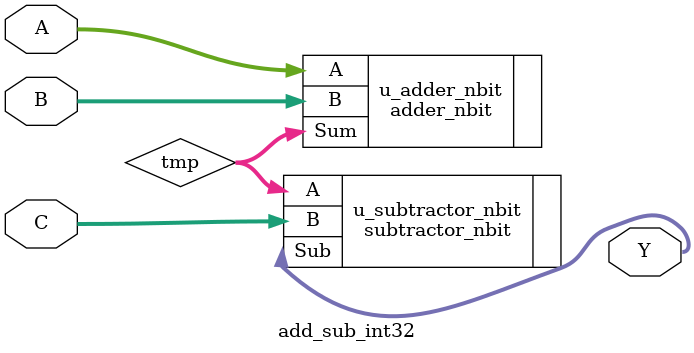
<source format=v>

module add_sub_int32 #(
    parameter WIDTH = 32,
    parameter IMPL_TYPE = 0
)(
    input [WIDTH-1:0] A,
    input [WIDTH-1:0] B,
    input [WIDTH-1:0] C,
    output [WIDTH-1:0] Y
);

    wire [WIDTH-1:0] tmp;

    adder_nbit #(
        .WIDTH(WIDTH),
        .IMPL_TYPE(IMPL_TYPE)
    ) u_adder_nbit (
        .A(A),
        .B(B),
        .Sum(tmp)
    );

    subtractor_nbit #(
        .WIDTH(WIDTH),
        .IMPL_TYPE(IMPL_TYPE)
    ) u_subtractor_nbit (
        .A(tmp),
        .B(C),
        .Sub(Y)
    );

endmodule

</source>
